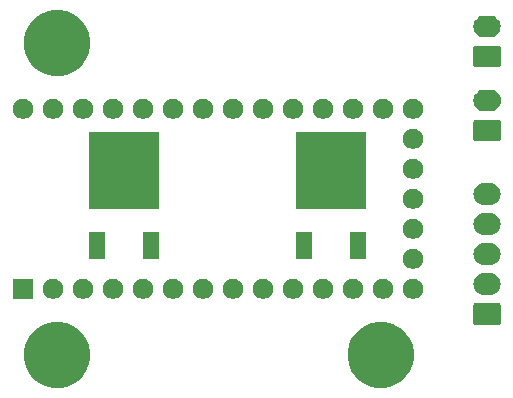
<source format=gbs>
G04 #@! TF.GenerationSoftware,KiCad,Pcbnew,5.1.2*
G04 #@! TF.CreationDate,2019-05-29T15:55:21-05:00*
G04 #@! TF.ProjectId,VaneController,56616e65-436f-46e7-9472-6f6c6c65722e,rev?*
G04 #@! TF.SameCoordinates,Original*
G04 #@! TF.FileFunction,Soldermask,Bot*
G04 #@! TF.FilePolarity,Negative*
%FSLAX46Y46*%
G04 Gerber Fmt 4.6, Leading zero omitted, Abs format (unit mm)*
G04 Created by KiCad (PCBNEW 5.1.2) date 2019-05-29 15:55:21*
%MOMM*%
%LPD*%
G04 APERTURE LIST*
%ADD10C,0.100000*%
G04 APERTURE END LIST*
D10*
G36*
X181817021Y-68506640D02*
G01*
X182180103Y-68657034D01*
X182326771Y-68717786D01*
X182785534Y-69024321D01*
X183175679Y-69414466D01*
X183482214Y-69873229D01*
X183482215Y-69873231D01*
X183693360Y-70382979D01*
X183801000Y-70924124D01*
X183801000Y-71475876D01*
X183693360Y-72017021D01*
X183482215Y-72526769D01*
X183482214Y-72526771D01*
X183175679Y-72985534D01*
X182785534Y-73375679D01*
X182326771Y-73682214D01*
X182326770Y-73682215D01*
X182326769Y-73682215D01*
X181817021Y-73893360D01*
X181275876Y-74001000D01*
X180724124Y-74001000D01*
X180182979Y-73893360D01*
X179673231Y-73682215D01*
X179673230Y-73682215D01*
X179673229Y-73682214D01*
X179214466Y-73375679D01*
X178824321Y-72985534D01*
X178517786Y-72526771D01*
X178517785Y-72526769D01*
X178306640Y-72017021D01*
X178199000Y-71475876D01*
X178199000Y-70924124D01*
X178306640Y-70382979D01*
X178517785Y-69873231D01*
X178517786Y-69873229D01*
X178824321Y-69414466D01*
X179214466Y-69024321D01*
X179673229Y-68717786D01*
X179819897Y-68657034D01*
X180182979Y-68506640D01*
X180724124Y-68399000D01*
X181275876Y-68399000D01*
X181817021Y-68506640D01*
X181817021Y-68506640D01*
G37*
G36*
X154417021Y-68506640D02*
G01*
X154780103Y-68657034D01*
X154926771Y-68717786D01*
X155385534Y-69024321D01*
X155775679Y-69414466D01*
X156082214Y-69873229D01*
X156082215Y-69873231D01*
X156293360Y-70382979D01*
X156401000Y-70924124D01*
X156401000Y-71475876D01*
X156293360Y-72017021D01*
X156082215Y-72526769D01*
X156082214Y-72526771D01*
X155775679Y-72985534D01*
X155385534Y-73375679D01*
X154926771Y-73682214D01*
X154926770Y-73682215D01*
X154926769Y-73682215D01*
X154417021Y-73893360D01*
X153875876Y-74001000D01*
X153324124Y-74001000D01*
X152782979Y-73893360D01*
X152273231Y-73682215D01*
X152273230Y-73682215D01*
X152273229Y-73682214D01*
X151814466Y-73375679D01*
X151424321Y-72985534D01*
X151117786Y-72526771D01*
X151117785Y-72526769D01*
X150906640Y-72017021D01*
X150799000Y-71475876D01*
X150799000Y-70924124D01*
X150906640Y-70382979D01*
X151117785Y-69873231D01*
X151117786Y-69873229D01*
X151424321Y-69414466D01*
X151814466Y-69024321D01*
X152273229Y-68717786D01*
X152419897Y-68657034D01*
X152782979Y-68506640D01*
X153324124Y-68399000D01*
X153875876Y-68399000D01*
X154417021Y-68506640D01*
X154417021Y-68506640D01*
G37*
G36*
X191001561Y-66822966D02*
G01*
X191034383Y-66832923D01*
X191064632Y-66849092D01*
X191091148Y-66870852D01*
X191112908Y-66897368D01*
X191129077Y-66927617D01*
X191139034Y-66960439D01*
X191143000Y-67000713D01*
X191143000Y-68479287D01*
X191139034Y-68519561D01*
X191129077Y-68552383D01*
X191112908Y-68582632D01*
X191091148Y-68609148D01*
X191064632Y-68630908D01*
X191034383Y-68647077D01*
X191001561Y-68657034D01*
X190961287Y-68661000D01*
X189022713Y-68661000D01*
X188982439Y-68657034D01*
X188949617Y-68647077D01*
X188919368Y-68630908D01*
X188892852Y-68609148D01*
X188871092Y-68582632D01*
X188854923Y-68552383D01*
X188844966Y-68519561D01*
X188841000Y-68479287D01*
X188841000Y-67000713D01*
X188844966Y-66960439D01*
X188854923Y-66927617D01*
X188871092Y-66897368D01*
X188892852Y-66870852D01*
X188919368Y-66849092D01*
X188949617Y-66832923D01*
X188982439Y-66822966D01*
X189022713Y-66819000D01*
X190961287Y-66819000D01*
X191001561Y-66822966D01*
X191001561Y-66822966D01*
G37*
G36*
X153485229Y-64788704D02*
G01*
X153640101Y-64852854D01*
X153779482Y-64945986D01*
X153898016Y-65064520D01*
X153991148Y-65203901D01*
X154055298Y-65358773D01*
X154088001Y-65523185D01*
X154088001Y-65690817D01*
X154055298Y-65855229D01*
X153991148Y-66010101D01*
X153898016Y-66149482D01*
X153779482Y-66268016D01*
X153640101Y-66361148D01*
X153485229Y-66425298D01*
X153320817Y-66458001D01*
X153153185Y-66458001D01*
X152988773Y-66425298D01*
X152833901Y-66361148D01*
X152694520Y-66268016D01*
X152575986Y-66149482D01*
X152482854Y-66010101D01*
X152418704Y-65855229D01*
X152386001Y-65690817D01*
X152386001Y-65523185D01*
X152418704Y-65358773D01*
X152482854Y-65203901D01*
X152575986Y-65064520D01*
X152694520Y-64945986D01*
X152833901Y-64852854D01*
X152988773Y-64788704D01*
X153153185Y-64756001D01*
X153320817Y-64756001D01*
X153485229Y-64788704D01*
X153485229Y-64788704D01*
G37*
G36*
X151548001Y-66458001D02*
G01*
X149846001Y-66458001D01*
X149846001Y-64756001D01*
X151548001Y-64756001D01*
X151548001Y-66458001D01*
X151548001Y-66458001D01*
G37*
G36*
X183965229Y-64788704D02*
G01*
X184120101Y-64852854D01*
X184259482Y-64945986D01*
X184378016Y-65064520D01*
X184471148Y-65203901D01*
X184535298Y-65358773D01*
X184568001Y-65523185D01*
X184568001Y-65690817D01*
X184535298Y-65855229D01*
X184471148Y-66010101D01*
X184378016Y-66149482D01*
X184259482Y-66268016D01*
X184120101Y-66361148D01*
X183965229Y-66425298D01*
X183800817Y-66458001D01*
X183633185Y-66458001D01*
X183468773Y-66425298D01*
X183313901Y-66361148D01*
X183174520Y-66268016D01*
X183055986Y-66149482D01*
X182962854Y-66010101D01*
X182898704Y-65855229D01*
X182866001Y-65690817D01*
X182866001Y-65523185D01*
X182898704Y-65358773D01*
X182962854Y-65203901D01*
X183055986Y-65064520D01*
X183174520Y-64945986D01*
X183313901Y-64852854D01*
X183468773Y-64788704D01*
X183633185Y-64756001D01*
X183800817Y-64756001D01*
X183965229Y-64788704D01*
X183965229Y-64788704D01*
G37*
G36*
X181425229Y-64788704D02*
G01*
X181580101Y-64852854D01*
X181719482Y-64945986D01*
X181838016Y-65064520D01*
X181931148Y-65203901D01*
X181995298Y-65358773D01*
X182028001Y-65523185D01*
X182028001Y-65690817D01*
X181995298Y-65855229D01*
X181931148Y-66010101D01*
X181838016Y-66149482D01*
X181719482Y-66268016D01*
X181580101Y-66361148D01*
X181425229Y-66425298D01*
X181260817Y-66458001D01*
X181093185Y-66458001D01*
X180928773Y-66425298D01*
X180773901Y-66361148D01*
X180634520Y-66268016D01*
X180515986Y-66149482D01*
X180422854Y-66010101D01*
X180358704Y-65855229D01*
X180326001Y-65690817D01*
X180326001Y-65523185D01*
X180358704Y-65358773D01*
X180422854Y-65203901D01*
X180515986Y-65064520D01*
X180634520Y-64945986D01*
X180773901Y-64852854D01*
X180928773Y-64788704D01*
X181093185Y-64756001D01*
X181260817Y-64756001D01*
X181425229Y-64788704D01*
X181425229Y-64788704D01*
G37*
G36*
X178885229Y-64788704D02*
G01*
X179040101Y-64852854D01*
X179179482Y-64945986D01*
X179298016Y-65064520D01*
X179391148Y-65203901D01*
X179455298Y-65358773D01*
X179488001Y-65523185D01*
X179488001Y-65690817D01*
X179455298Y-65855229D01*
X179391148Y-66010101D01*
X179298016Y-66149482D01*
X179179482Y-66268016D01*
X179040101Y-66361148D01*
X178885229Y-66425298D01*
X178720817Y-66458001D01*
X178553185Y-66458001D01*
X178388773Y-66425298D01*
X178233901Y-66361148D01*
X178094520Y-66268016D01*
X177975986Y-66149482D01*
X177882854Y-66010101D01*
X177818704Y-65855229D01*
X177786001Y-65690817D01*
X177786001Y-65523185D01*
X177818704Y-65358773D01*
X177882854Y-65203901D01*
X177975986Y-65064520D01*
X178094520Y-64945986D01*
X178233901Y-64852854D01*
X178388773Y-64788704D01*
X178553185Y-64756001D01*
X178720817Y-64756001D01*
X178885229Y-64788704D01*
X178885229Y-64788704D01*
G37*
G36*
X176345229Y-64788704D02*
G01*
X176500101Y-64852854D01*
X176639482Y-64945986D01*
X176758016Y-65064520D01*
X176851148Y-65203901D01*
X176915298Y-65358773D01*
X176948001Y-65523185D01*
X176948001Y-65690817D01*
X176915298Y-65855229D01*
X176851148Y-66010101D01*
X176758016Y-66149482D01*
X176639482Y-66268016D01*
X176500101Y-66361148D01*
X176345229Y-66425298D01*
X176180817Y-66458001D01*
X176013185Y-66458001D01*
X175848773Y-66425298D01*
X175693901Y-66361148D01*
X175554520Y-66268016D01*
X175435986Y-66149482D01*
X175342854Y-66010101D01*
X175278704Y-65855229D01*
X175246001Y-65690817D01*
X175246001Y-65523185D01*
X175278704Y-65358773D01*
X175342854Y-65203901D01*
X175435986Y-65064520D01*
X175554520Y-64945986D01*
X175693901Y-64852854D01*
X175848773Y-64788704D01*
X176013185Y-64756001D01*
X176180817Y-64756001D01*
X176345229Y-64788704D01*
X176345229Y-64788704D01*
G37*
G36*
X173805229Y-64788704D02*
G01*
X173960101Y-64852854D01*
X174099482Y-64945986D01*
X174218016Y-65064520D01*
X174311148Y-65203901D01*
X174375298Y-65358773D01*
X174408001Y-65523185D01*
X174408001Y-65690817D01*
X174375298Y-65855229D01*
X174311148Y-66010101D01*
X174218016Y-66149482D01*
X174099482Y-66268016D01*
X173960101Y-66361148D01*
X173805229Y-66425298D01*
X173640817Y-66458001D01*
X173473185Y-66458001D01*
X173308773Y-66425298D01*
X173153901Y-66361148D01*
X173014520Y-66268016D01*
X172895986Y-66149482D01*
X172802854Y-66010101D01*
X172738704Y-65855229D01*
X172706001Y-65690817D01*
X172706001Y-65523185D01*
X172738704Y-65358773D01*
X172802854Y-65203901D01*
X172895986Y-65064520D01*
X173014520Y-64945986D01*
X173153901Y-64852854D01*
X173308773Y-64788704D01*
X173473185Y-64756001D01*
X173640817Y-64756001D01*
X173805229Y-64788704D01*
X173805229Y-64788704D01*
G37*
G36*
X171265229Y-64788704D02*
G01*
X171420101Y-64852854D01*
X171559482Y-64945986D01*
X171678016Y-65064520D01*
X171771148Y-65203901D01*
X171835298Y-65358773D01*
X171868001Y-65523185D01*
X171868001Y-65690817D01*
X171835298Y-65855229D01*
X171771148Y-66010101D01*
X171678016Y-66149482D01*
X171559482Y-66268016D01*
X171420101Y-66361148D01*
X171265229Y-66425298D01*
X171100817Y-66458001D01*
X170933185Y-66458001D01*
X170768773Y-66425298D01*
X170613901Y-66361148D01*
X170474520Y-66268016D01*
X170355986Y-66149482D01*
X170262854Y-66010101D01*
X170198704Y-65855229D01*
X170166001Y-65690817D01*
X170166001Y-65523185D01*
X170198704Y-65358773D01*
X170262854Y-65203901D01*
X170355986Y-65064520D01*
X170474520Y-64945986D01*
X170613901Y-64852854D01*
X170768773Y-64788704D01*
X170933185Y-64756001D01*
X171100817Y-64756001D01*
X171265229Y-64788704D01*
X171265229Y-64788704D01*
G37*
G36*
X168725229Y-64788704D02*
G01*
X168880101Y-64852854D01*
X169019482Y-64945986D01*
X169138016Y-65064520D01*
X169231148Y-65203901D01*
X169295298Y-65358773D01*
X169328001Y-65523185D01*
X169328001Y-65690817D01*
X169295298Y-65855229D01*
X169231148Y-66010101D01*
X169138016Y-66149482D01*
X169019482Y-66268016D01*
X168880101Y-66361148D01*
X168725229Y-66425298D01*
X168560817Y-66458001D01*
X168393185Y-66458001D01*
X168228773Y-66425298D01*
X168073901Y-66361148D01*
X167934520Y-66268016D01*
X167815986Y-66149482D01*
X167722854Y-66010101D01*
X167658704Y-65855229D01*
X167626001Y-65690817D01*
X167626001Y-65523185D01*
X167658704Y-65358773D01*
X167722854Y-65203901D01*
X167815986Y-65064520D01*
X167934520Y-64945986D01*
X168073901Y-64852854D01*
X168228773Y-64788704D01*
X168393185Y-64756001D01*
X168560817Y-64756001D01*
X168725229Y-64788704D01*
X168725229Y-64788704D01*
G37*
G36*
X166185229Y-64788704D02*
G01*
X166340101Y-64852854D01*
X166479482Y-64945986D01*
X166598016Y-65064520D01*
X166691148Y-65203901D01*
X166755298Y-65358773D01*
X166788001Y-65523185D01*
X166788001Y-65690817D01*
X166755298Y-65855229D01*
X166691148Y-66010101D01*
X166598016Y-66149482D01*
X166479482Y-66268016D01*
X166340101Y-66361148D01*
X166185229Y-66425298D01*
X166020817Y-66458001D01*
X165853185Y-66458001D01*
X165688773Y-66425298D01*
X165533901Y-66361148D01*
X165394520Y-66268016D01*
X165275986Y-66149482D01*
X165182854Y-66010101D01*
X165118704Y-65855229D01*
X165086001Y-65690817D01*
X165086001Y-65523185D01*
X165118704Y-65358773D01*
X165182854Y-65203901D01*
X165275986Y-65064520D01*
X165394520Y-64945986D01*
X165533901Y-64852854D01*
X165688773Y-64788704D01*
X165853185Y-64756001D01*
X166020817Y-64756001D01*
X166185229Y-64788704D01*
X166185229Y-64788704D01*
G37*
G36*
X163645229Y-64788704D02*
G01*
X163800101Y-64852854D01*
X163939482Y-64945986D01*
X164058016Y-65064520D01*
X164151148Y-65203901D01*
X164215298Y-65358773D01*
X164248001Y-65523185D01*
X164248001Y-65690817D01*
X164215298Y-65855229D01*
X164151148Y-66010101D01*
X164058016Y-66149482D01*
X163939482Y-66268016D01*
X163800101Y-66361148D01*
X163645229Y-66425298D01*
X163480817Y-66458001D01*
X163313185Y-66458001D01*
X163148773Y-66425298D01*
X162993901Y-66361148D01*
X162854520Y-66268016D01*
X162735986Y-66149482D01*
X162642854Y-66010101D01*
X162578704Y-65855229D01*
X162546001Y-65690817D01*
X162546001Y-65523185D01*
X162578704Y-65358773D01*
X162642854Y-65203901D01*
X162735986Y-65064520D01*
X162854520Y-64945986D01*
X162993901Y-64852854D01*
X163148773Y-64788704D01*
X163313185Y-64756001D01*
X163480817Y-64756001D01*
X163645229Y-64788704D01*
X163645229Y-64788704D01*
G37*
G36*
X161105229Y-64788704D02*
G01*
X161260101Y-64852854D01*
X161399482Y-64945986D01*
X161518016Y-65064520D01*
X161611148Y-65203901D01*
X161675298Y-65358773D01*
X161708001Y-65523185D01*
X161708001Y-65690817D01*
X161675298Y-65855229D01*
X161611148Y-66010101D01*
X161518016Y-66149482D01*
X161399482Y-66268016D01*
X161260101Y-66361148D01*
X161105229Y-66425298D01*
X160940817Y-66458001D01*
X160773185Y-66458001D01*
X160608773Y-66425298D01*
X160453901Y-66361148D01*
X160314520Y-66268016D01*
X160195986Y-66149482D01*
X160102854Y-66010101D01*
X160038704Y-65855229D01*
X160006001Y-65690817D01*
X160006001Y-65523185D01*
X160038704Y-65358773D01*
X160102854Y-65203901D01*
X160195986Y-65064520D01*
X160314520Y-64945986D01*
X160453901Y-64852854D01*
X160608773Y-64788704D01*
X160773185Y-64756001D01*
X160940817Y-64756001D01*
X161105229Y-64788704D01*
X161105229Y-64788704D01*
G37*
G36*
X158565229Y-64788704D02*
G01*
X158720101Y-64852854D01*
X158859482Y-64945986D01*
X158978016Y-65064520D01*
X159071148Y-65203901D01*
X159135298Y-65358773D01*
X159168001Y-65523185D01*
X159168001Y-65690817D01*
X159135298Y-65855229D01*
X159071148Y-66010101D01*
X158978016Y-66149482D01*
X158859482Y-66268016D01*
X158720101Y-66361148D01*
X158565229Y-66425298D01*
X158400817Y-66458001D01*
X158233185Y-66458001D01*
X158068773Y-66425298D01*
X157913901Y-66361148D01*
X157774520Y-66268016D01*
X157655986Y-66149482D01*
X157562854Y-66010101D01*
X157498704Y-65855229D01*
X157466001Y-65690817D01*
X157466001Y-65523185D01*
X157498704Y-65358773D01*
X157562854Y-65203901D01*
X157655986Y-65064520D01*
X157774520Y-64945986D01*
X157913901Y-64852854D01*
X158068773Y-64788704D01*
X158233185Y-64756001D01*
X158400817Y-64756001D01*
X158565229Y-64788704D01*
X158565229Y-64788704D01*
G37*
G36*
X156025229Y-64788704D02*
G01*
X156180101Y-64852854D01*
X156319482Y-64945986D01*
X156438016Y-65064520D01*
X156531148Y-65203901D01*
X156595298Y-65358773D01*
X156628001Y-65523185D01*
X156628001Y-65690817D01*
X156595298Y-65855229D01*
X156531148Y-66010101D01*
X156438016Y-66149482D01*
X156319482Y-66268016D01*
X156180101Y-66361148D01*
X156025229Y-66425298D01*
X155860817Y-66458001D01*
X155693185Y-66458001D01*
X155528773Y-66425298D01*
X155373901Y-66361148D01*
X155234520Y-66268016D01*
X155115986Y-66149482D01*
X155022854Y-66010101D01*
X154958704Y-65855229D01*
X154926001Y-65690817D01*
X154926001Y-65523185D01*
X154958704Y-65358773D01*
X155022854Y-65203901D01*
X155115986Y-65064520D01*
X155234520Y-64945986D01*
X155373901Y-64852854D01*
X155528773Y-64788704D01*
X155693185Y-64756001D01*
X155860817Y-64756001D01*
X156025229Y-64788704D01*
X156025229Y-64788704D01*
G37*
G36*
X190312345Y-64283442D02*
G01*
X190402548Y-64292326D01*
X190576157Y-64344990D01*
X190736156Y-64430511D01*
X190779729Y-64466271D01*
X190876397Y-64545603D01*
X190955729Y-64642271D01*
X190991489Y-64685844D01*
X191077010Y-64845843D01*
X191129674Y-65019452D01*
X191147456Y-65200000D01*
X191129674Y-65380548D01*
X191077010Y-65554157D01*
X190991489Y-65714156D01*
X190955729Y-65757729D01*
X190876397Y-65854397D01*
X190779729Y-65933729D01*
X190736156Y-65969489D01*
X190576157Y-66055010D01*
X190402548Y-66107674D01*
X190312345Y-66116558D01*
X190267245Y-66121000D01*
X189716755Y-66121000D01*
X189671655Y-66116558D01*
X189581452Y-66107674D01*
X189407843Y-66055010D01*
X189247844Y-65969489D01*
X189204271Y-65933729D01*
X189107603Y-65854397D01*
X189028271Y-65757729D01*
X188992511Y-65714156D01*
X188906990Y-65554157D01*
X188854326Y-65380548D01*
X188836544Y-65200000D01*
X188854326Y-65019452D01*
X188906990Y-64845843D01*
X188992511Y-64685844D01*
X189028271Y-64642271D01*
X189107603Y-64545603D01*
X189204271Y-64466271D01*
X189247844Y-64430511D01*
X189407843Y-64344990D01*
X189581452Y-64292326D01*
X189671655Y-64283442D01*
X189716755Y-64279000D01*
X190267245Y-64279000D01*
X190312345Y-64283442D01*
X190312345Y-64283442D01*
G37*
G36*
X183965229Y-62248704D02*
G01*
X184120101Y-62312854D01*
X184259482Y-62405986D01*
X184378016Y-62524520D01*
X184471148Y-62663901D01*
X184535298Y-62818773D01*
X184568001Y-62983185D01*
X184568001Y-63150817D01*
X184535298Y-63315229D01*
X184471148Y-63470101D01*
X184378016Y-63609482D01*
X184259482Y-63728016D01*
X184120101Y-63821148D01*
X183965229Y-63885298D01*
X183800817Y-63918001D01*
X183633185Y-63918001D01*
X183468773Y-63885298D01*
X183313901Y-63821148D01*
X183174520Y-63728016D01*
X183055986Y-63609482D01*
X182962854Y-63470101D01*
X182898704Y-63315229D01*
X182866001Y-63150817D01*
X182866001Y-62983185D01*
X182898704Y-62818773D01*
X182962854Y-62663901D01*
X183055986Y-62524520D01*
X183174520Y-62405986D01*
X183313901Y-62312854D01*
X183468773Y-62248704D01*
X183633185Y-62216001D01*
X183800817Y-62216001D01*
X183965229Y-62248704D01*
X183965229Y-62248704D01*
G37*
G36*
X190312345Y-61743442D02*
G01*
X190402548Y-61752326D01*
X190576157Y-61804990D01*
X190736156Y-61890511D01*
X190779729Y-61926271D01*
X190876397Y-62005603D01*
X190955729Y-62102271D01*
X190991489Y-62145844D01*
X191077010Y-62305843D01*
X191129674Y-62479452D01*
X191147456Y-62660000D01*
X191129674Y-62840548D01*
X191077010Y-63014157D01*
X190991489Y-63174156D01*
X190955729Y-63217729D01*
X190876397Y-63314397D01*
X190779729Y-63393729D01*
X190736156Y-63429489D01*
X190576157Y-63515010D01*
X190402548Y-63567674D01*
X190312345Y-63576558D01*
X190267245Y-63581000D01*
X189716755Y-63581000D01*
X189671655Y-63576558D01*
X189581452Y-63567674D01*
X189407843Y-63515010D01*
X189247844Y-63429489D01*
X189204271Y-63393729D01*
X189107603Y-63314397D01*
X189028271Y-63217729D01*
X188992511Y-63174156D01*
X188906990Y-63014157D01*
X188854326Y-62840548D01*
X188836544Y-62660000D01*
X188854326Y-62479452D01*
X188906990Y-62305843D01*
X188992511Y-62145844D01*
X189028271Y-62102271D01*
X189107603Y-62005603D01*
X189204271Y-61926271D01*
X189247844Y-61890511D01*
X189407843Y-61804990D01*
X189581452Y-61752326D01*
X189671655Y-61743442D01*
X189716755Y-61739000D01*
X190267245Y-61739000D01*
X190312345Y-61743442D01*
X190312345Y-61743442D01*
G37*
G36*
X179715000Y-63077000D02*
G01*
X178413000Y-63077000D01*
X178413000Y-60775000D01*
X179715000Y-60775000D01*
X179715000Y-63077000D01*
X179715000Y-63077000D01*
G37*
G36*
X175155000Y-63077000D02*
G01*
X173853000Y-63077000D01*
X173853000Y-60775000D01*
X175155000Y-60775000D01*
X175155000Y-63077000D01*
X175155000Y-63077000D01*
G37*
G36*
X162189000Y-63077000D02*
G01*
X160887000Y-63077000D01*
X160887000Y-60775000D01*
X162189000Y-60775000D01*
X162189000Y-63077000D01*
X162189000Y-63077000D01*
G37*
G36*
X157629000Y-63077000D02*
G01*
X156327000Y-63077000D01*
X156327000Y-60775000D01*
X157629000Y-60775000D01*
X157629000Y-63077000D01*
X157629000Y-63077000D01*
G37*
G36*
X183965229Y-59708704D02*
G01*
X184120101Y-59772854D01*
X184259482Y-59865986D01*
X184378016Y-59984520D01*
X184471148Y-60123901D01*
X184535298Y-60278773D01*
X184568001Y-60443185D01*
X184568001Y-60610817D01*
X184535298Y-60775229D01*
X184471148Y-60930101D01*
X184378016Y-61069482D01*
X184259482Y-61188016D01*
X184120101Y-61281148D01*
X183965229Y-61345298D01*
X183800817Y-61378001D01*
X183633185Y-61378001D01*
X183468773Y-61345298D01*
X183313901Y-61281148D01*
X183174520Y-61188016D01*
X183055986Y-61069482D01*
X182962854Y-60930101D01*
X182898704Y-60775229D01*
X182866001Y-60610817D01*
X182866001Y-60443185D01*
X182898704Y-60278773D01*
X182962854Y-60123901D01*
X183055986Y-59984520D01*
X183174520Y-59865986D01*
X183313901Y-59772854D01*
X183468773Y-59708704D01*
X183633185Y-59676001D01*
X183800817Y-59676001D01*
X183965229Y-59708704D01*
X183965229Y-59708704D01*
G37*
G36*
X190312345Y-59203442D02*
G01*
X190402548Y-59212326D01*
X190576157Y-59264990D01*
X190736156Y-59350511D01*
X190779729Y-59386271D01*
X190876397Y-59465603D01*
X190955729Y-59562271D01*
X190991489Y-59605844D01*
X191077010Y-59765843D01*
X191129674Y-59939452D01*
X191147456Y-60120000D01*
X191129674Y-60300548D01*
X191077010Y-60474157D01*
X190991489Y-60634156D01*
X190955729Y-60677729D01*
X190876397Y-60774397D01*
X190779729Y-60853729D01*
X190736156Y-60889489D01*
X190576157Y-60975010D01*
X190402548Y-61027674D01*
X190312345Y-61036558D01*
X190267245Y-61041000D01*
X189716755Y-61041000D01*
X189671655Y-61036558D01*
X189581452Y-61027674D01*
X189407843Y-60975010D01*
X189247844Y-60889489D01*
X189204271Y-60853729D01*
X189107603Y-60774397D01*
X189028271Y-60677729D01*
X188992511Y-60634156D01*
X188906990Y-60474157D01*
X188854326Y-60300548D01*
X188836544Y-60120000D01*
X188854326Y-59939452D01*
X188906990Y-59765843D01*
X188992511Y-59605844D01*
X189028271Y-59562271D01*
X189107603Y-59465603D01*
X189204271Y-59386271D01*
X189247844Y-59350511D01*
X189407843Y-59264990D01*
X189581452Y-59212326D01*
X189671655Y-59203442D01*
X189716755Y-59199000D01*
X190267245Y-59199000D01*
X190312345Y-59203442D01*
X190312345Y-59203442D01*
G37*
G36*
X162209000Y-58877000D02*
G01*
X156307000Y-58877000D01*
X156307000Y-52375000D01*
X162209000Y-52375000D01*
X162209000Y-58877000D01*
X162209000Y-58877000D01*
G37*
G36*
X179735000Y-58877000D02*
G01*
X173833000Y-58877000D01*
X173833000Y-52375000D01*
X179735000Y-52375000D01*
X179735000Y-58877000D01*
X179735000Y-58877000D01*
G37*
G36*
X183965229Y-57168704D02*
G01*
X184120101Y-57232854D01*
X184259482Y-57325986D01*
X184378016Y-57444520D01*
X184471148Y-57583901D01*
X184535298Y-57738773D01*
X184568001Y-57903185D01*
X184568001Y-58070817D01*
X184535298Y-58235229D01*
X184471148Y-58390101D01*
X184378016Y-58529482D01*
X184259482Y-58648016D01*
X184120101Y-58741148D01*
X183965229Y-58805298D01*
X183800817Y-58838001D01*
X183633185Y-58838001D01*
X183468773Y-58805298D01*
X183313901Y-58741148D01*
X183174520Y-58648016D01*
X183055986Y-58529482D01*
X182962854Y-58390101D01*
X182898704Y-58235229D01*
X182866001Y-58070817D01*
X182866001Y-57903185D01*
X182898704Y-57738773D01*
X182962854Y-57583901D01*
X183055986Y-57444520D01*
X183174520Y-57325986D01*
X183313901Y-57232854D01*
X183468773Y-57168704D01*
X183633185Y-57136001D01*
X183800817Y-57136001D01*
X183965229Y-57168704D01*
X183965229Y-57168704D01*
G37*
G36*
X190312345Y-56663442D02*
G01*
X190402548Y-56672326D01*
X190576157Y-56724990D01*
X190736156Y-56810511D01*
X190779729Y-56846271D01*
X190876397Y-56925603D01*
X190955729Y-57022271D01*
X190991489Y-57065844D01*
X191077010Y-57225843D01*
X191129674Y-57399452D01*
X191147456Y-57580000D01*
X191129674Y-57760548D01*
X191077010Y-57934157D01*
X190991489Y-58094156D01*
X190955729Y-58137729D01*
X190876397Y-58234397D01*
X190779729Y-58313729D01*
X190736156Y-58349489D01*
X190576157Y-58435010D01*
X190402548Y-58487674D01*
X190312345Y-58496558D01*
X190267245Y-58501000D01*
X189716755Y-58501000D01*
X189671655Y-58496558D01*
X189581452Y-58487674D01*
X189407843Y-58435010D01*
X189247844Y-58349489D01*
X189204271Y-58313729D01*
X189107603Y-58234397D01*
X189028271Y-58137729D01*
X188992511Y-58094156D01*
X188906990Y-57934157D01*
X188854326Y-57760548D01*
X188836544Y-57580000D01*
X188854326Y-57399452D01*
X188906990Y-57225843D01*
X188992511Y-57065844D01*
X189028271Y-57022271D01*
X189107603Y-56925603D01*
X189204271Y-56846271D01*
X189247844Y-56810511D01*
X189407843Y-56724990D01*
X189581452Y-56672326D01*
X189671655Y-56663442D01*
X189716755Y-56659000D01*
X190267245Y-56659000D01*
X190312345Y-56663442D01*
X190312345Y-56663442D01*
G37*
G36*
X183965229Y-54628704D02*
G01*
X184120101Y-54692854D01*
X184259482Y-54785986D01*
X184378016Y-54904520D01*
X184471148Y-55043901D01*
X184535298Y-55198773D01*
X184568001Y-55363185D01*
X184568001Y-55530817D01*
X184535298Y-55695229D01*
X184471148Y-55850101D01*
X184378016Y-55989482D01*
X184259482Y-56108016D01*
X184120101Y-56201148D01*
X183965229Y-56265298D01*
X183800817Y-56298001D01*
X183633185Y-56298001D01*
X183468773Y-56265298D01*
X183313901Y-56201148D01*
X183174520Y-56108016D01*
X183055986Y-55989482D01*
X182962854Y-55850101D01*
X182898704Y-55695229D01*
X182866001Y-55530817D01*
X182866001Y-55363185D01*
X182898704Y-55198773D01*
X182962854Y-55043901D01*
X183055986Y-54904520D01*
X183174520Y-54785986D01*
X183313901Y-54692854D01*
X183468773Y-54628704D01*
X183633185Y-54596001D01*
X183800817Y-54596001D01*
X183965229Y-54628704D01*
X183965229Y-54628704D01*
G37*
G36*
X183965229Y-52088704D02*
G01*
X184120101Y-52152854D01*
X184259482Y-52245986D01*
X184378016Y-52364520D01*
X184471148Y-52503901D01*
X184535298Y-52658773D01*
X184568001Y-52823185D01*
X184568001Y-52990817D01*
X184535298Y-53155229D01*
X184471148Y-53310101D01*
X184378016Y-53449482D01*
X184259482Y-53568016D01*
X184120101Y-53661148D01*
X183965229Y-53725298D01*
X183800817Y-53758001D01*
X183633185Y-53758001D01*
X183468773Y-53725298D01*
X183313901Y-53661148D01*
X183174520Y-53568016D01*
X183055986Y-53449482D01*
X182962854Y-53310101D01*
X182898704Y-53155229D01*
X182866001Y-52990817D01*
X182866001Y-52823185D01*
X182898704Y-52658773D01*
X182962854Y-52503901D01*
X183055986Y-52364520D01*
X183174520Y-52245986D01*
X183313901Y-52152854D01*
X183468773Y-52088704D01*
X183633185Y-52056001D01*
X183800817Y-52056001D01*
X183965229Y-52088704D01*
X183965229Y-52088704D01*
G37*
G36*
X191009561Y-51282966D02*
G01*
X191042383Y-51292923D01*
X191072632Y-51309092D01*
X191099148Y-51330852D01*
X191120908Y-51357368D01*
X191137077Y-51387617D01*
X191147034Y-51420439D01*
X191151000Y-51460713D01*
X191151000Y-52939287D01*
X191147034Y-52979561D01*
X191137077Y-53012383D01*
X191120908Y-53042632D01*
X191099148Y-53069148D01*
X191072632Y-53090908D01*
X191042383Y-53107077D01*
X191009561Y-53117034D01*
X190969287Y-53121000D01*
X189030713Y-53121000D01*
X188990439Y-53117034D01*
X188957617Y-53107077D01*
X188927368Y-53090908D01*
X188900852Y-53069148D01*
X188879092Y-53042632D01*
X188862923Y-53012383D01*
X188852966Y-52979561D01*
X188849000Y-52939287D01*
X188849000Y-51460713D01*
X188852966Y-51420439D01*
X188862923Y-51387617D01*
X188879092Y-51357368D01*
X188900852Y-51330852D01*
X188927368Y-51309092D01*
X188957617Y-51292923D01*
X188990439Y-51282966D01*
X189030713Y-51279000D01*
X190969287Y-51279000D01*
X191009561Y-51282966D01*
X191009561Y-51282966D01*
G37*
G36*
X183965229Y-49548704D02*
G01*
X184120101Y-49612854D01*
X184259482Y-49705986D01*
X184378016Y-49824520D01*
X184471148Y-49963901D01*
X184535298Y-50118773D01*
X184568001Y-50283185D01*
X184568001Y-50450817D01*
X184535298Y-50615229D01*
X184471148Y-50770101D01*
X184378016Y-50909482D01*
X184259482Y-51028016D01*
X184120101Y-51121148D01*
X183965229Y-51185298D01*
X183800817Y-51218001D01*
X183633185Y-51218001D01*
X183468773Y-51185298D01*
X183313901Y-51121148D01*
X183174520Y-51028016D01*
X183055986Y-50909482D01*
X182962854Y-50770101D01*
X182898704Y-50615229D01*
X182866001Y-50450817D01*
X182866001Y-50283185D01*
X182898704Y-50118773D01*
X182962854Y-49963901D01*
X183055986Y-49824520D01*
X183174520Y-49705986D01*
X183313901Y-49612854D01*
X183468773Y-49548704D01*
X183633185Y-49516001D01*
X183800817Y-49516001D01*
X183965229Y-49548704D01*
X183965229Y-49548704D01*
G37*
G36*
X158565229Y-49548704D02*
G01*
X158720101Y-49612854D01*
X158859482Y-49705986D01*
X158978016Y-49824520D01*
X159071148Y-49963901D01*
X159135298Y-50118773D01*
X159168001Y-50283185D01*
X159168001Y-50450817D01*
X159135298Y-50615229D01*
X159071148Y-50770101D01*
X158978016Y-50909482D01*
X158859482Y-51028016D01*
X158720101Y-51121148D01*
X158565229Y-51185298D01*
X158400817Y-51218001D01*
X158233185Y-51218001D01*
X158068773Y-51185298D01*
X157913901Y-51121148D01*
X157774520Y-51028016D01*
X157655986Y-50909482D01*
X157562854Y-50770101D01*
X157498704Y-50615229D01*
X157466001Y-50450817D01*
X157466001Y-50283185D01*
X157498704Y-50118773D01*
X157562854Y-49963901D01*
X157655986Y-49824520D01*
X157774520Y-49705986D01*
X157913901Y-49612854D01*
X158068773Y-49548704D01*
X158233185Y-49516001D01*
X158400817Y-49516001D01*
X158565229Y-49548704D01*
X158565229Y-49548704D01*
G37*
G36*
X163645229Y-49548704D02*
G01*
X163800101Y-49612854D01*
X163939482Y-49705986D01*
X164058016Y-49824520D01*
X164151148Y-49963901D01*
X164215298Y-50118773D01*
X164248001Y-50283185D01*
X164248001Y-50450817D01*
X164215298Y-50615229D01*
X164151148Y-50770101D01*
X164058016Y-50909482D01*
X163939482Y-51028016D01*
X163800101Y-51121148D01*
X163645229Y-51185298D01*
X163480817Y-51218001D01*
X163313185Y-51218001D01*
X163148773Y-51185298D01*
X162993901Y-51121148D01*
X162854520Y-51028016D01*
X162735986Y-50909482D01*
X162642854Y-50770101D01*
X162578704Y-50615229D01*
X162546001Y-50450817D01*
X162546001Y-50283185D01*
X162578704Y-50118773D01*
X162642854Y-49963901D01*
X162735986Y-49824520D01*
X162854520Y-49705986D01*
X162993901Y-49612854D01*
X163148773Y-49548704D01*
X163313185Y-49516001D01*
X163480817Y-49516001D01*
X163645229Y-49548704D01*
X163645229Y-49548704D01*
G37*
G36*
X166185229Y-49548704D02*
G01*
X166340101Y-49612854D01*
X166479482Y-49705986D01*
X166598016Y-49824520D01*
X166691148Y-49963901D01*
X166755298Y-50118773D01*
X166788001Y-50283185D01*
X166788001Y-50450817D01*
X166755298Y-50615229D01*
X166691148Y-50770101D01*
X166598016Y-50909482D01*
X166479482Y-51028016D01*
X166340101Y-51121148D01*
X166185229Y-51185298D01*
X166020817Y-51218001D01*
X165853185Y-51218001D01*
X165688773Y-51185298D01*
X165533901Y-51121148D01*
X165394520Y-51028016D01*
X165275986Y-50909482D01*
X165182854Y-50770101D01*
X165118704Y-50615229D01*
X165086001Y-50450817D01*
X165086001Y-50283185D01*
X165118704Y-50118773D01*
X165182854Y-49963901D01*
X165275986Y-49824520D01*
X165394520Y-49705986D01*
X165533901Y-49612854D01*
X165688773Y-49548704D01*
X165853185Y-49516001D01*
X166020817Y-49516001D01*
X166185229Y-49548704D01*
X166185229Y-49548704D01*
G37*
G36*
X168725229Y-49548704D02*
G01*
X168880101Y-49612854D01*
X169019482Y-49705986D01*
X169138016Y-49824520D01*
X169231148Y-49963901D01*
X169295298Y-50118773D01*
X169328001Y-50283185D01*
X169328001Y-50450817D01*
X169295298Y-50615229D01*
X169231148Y-50770101D01*
X169138016Y-50909482D01*
X169019482Y-51028016D01*
X168880101Y-51121148D01*
X168725229Y-51185298D01*
X168560817Y-51218001D01*
X168393185Y-51218001D01*
X168228773Y-51185298D01*
X168073901Y-51121148D01*
X167934520Y-51028016D01*
X167815986Y-50909482D01*
X167722854Y-50770101D01*
X167658704Y-50615229D01*
X167626001Y-50450817D01*
X167626001Y-50283185D01*
X167658704Y-50118773D01*
X167722854Y-49963901D01*
X167815986Y-49824520D01*
X167934520Y-49705986D01*
X168073901Y-49612854D01*
X168228773Y-49548704D01*
X168393185Y-49516001D01*
X168560817Y-49516001D01*
X168725229Y-49548704D01*
X168725229Y-49548704D01*
G37*
G36*
X171265229Y-49548704D02*
G01*
X171420101Y-49612854D01*
X171559482Y-49705986D01*
X171678016Y-49824520D01*
X171771148Y-49963901D01*
X171835298Y-50118773D01*
X171868001Y-50283185D01*
X171868001Y-50450817D01*
X171835298Y-50615229D01*
X171771148Y-50770101D01*
X171678016Y-50909482D01*
X171559482Y-51028016D01*
X171420101Y-51121148D01*
X171265229Y-51185298D01*
X171100817Y-51218001D01*
X170933185Y-51218001D01*
X170768773Y-51185298D01*
X170613901Y-51121148D01*
X170474520Y-51028016D01*
X170355986Y-50909482D01*
X170262854Y-50770101D01*
X170198704Y-50615229D01*
X170166001Y-50450817D01*
X170166001Y-50283185D01*
X170198704Y-50118773D01*
X170262854Y-49963901D01*
X170355986Y-49824520D01*
X170474520Y-49705986D01*
X170613901Y-49612854D01*
X170768773Y-49548704D01*
X170933185Y-49516001D01*
X171100817Y-49516001D01*
X171265229Y-49548704D01*
X171265229Y-49548704D01*
G37*
G36*
X173805229Y-49548704D02*
G01*
X173960101Y-49612854D01*
X174099482Y-49705986D01*
X174218016Y-49824520D01*
X174311148Y-49963901D01*
X174375298Y-50118773D01*
X174408001Y-50283185D01*
X174408001Y-50450817D01*
X174375298Y-50615229D01*
X174311148Y-50770101D01*
X174218016Y-50909482D01*
X174099482Y-51028016D01*
X173960101Y-51121148D01*
X173805229Y-51185298D01*
X173640817Y-51218001D01*
X173473185Y-51218001D01*
X173308773Y-51185298D01*
X173153901Y-51121148D01*
X173014520Y-51028016D01*
X172895986Y-50909482D01*
X172802854Y-50770101D01*
X172738704Y-50615229D01*
X172706001Y-50450817D01*
X172706001Y-50283185D01*
X172738704Y-50118773D01*
X172802854Y-49963901D01*
X172895986Y-49824520D01*
X173014520Y-49705986D01*
X173153901Y-49612854D01*
X173308773Y-49548704D01*
X173473185Y-49516001D01*
X173640817Y-49516001D01*
X173805229Y-49548704D01*
X173805229Y-49548704D01*
G37*
G36*
X176345229Y-49548704D02*
G01*
X176500101Y-49612854D01*
X176639482Y-49705986D01*
X176758016Y-49824520D01*
X176851148Y-49963901D01*
X176915298Y-50118773D01*
X176948001Y-50283185D01*
X176948001Y-50450817D01*
X176915298Y-50615229D01*
X176851148Y-50770101D01*
X176758016Y-50909482D01*
X176639482Y-51028016D01*
X176500101Y-51121148D01*
X176345229Y-51185298D01*
X176180817Y-51218001D01*
X176013185Y-51218001D01*
X175848773Y-51185298D01*
X175693901Y-51121148D01*
X175554520Y-51028016D01*
X175435986Y-50909482D01*
X175342854Y-50770101D01*
X175278704Y-50615229D01*
X175246001Y-50450817D01*
X175246001Y-50283185D01*
X175278704Y-50118773D01*
X175342854Y-49963901D01*
X175435986Y-49824520D01*
X175554520Y-49705986D01*
X175693901Y-49612854D01*
X175848773Y-49548704D01*
X176013185Y-49516001D01*
X176180817Y-49516001D01*
X176345229Y-49548704D01*
X176345229Y-49548704D01*
G37*
G36*
X178885229Y-49548704D02*
G01*
X179040101Y-49612854D01*
X179179482Y-49705986D01*
X179298016Y-49824520D01*
X179391148Y-49963901D01*
X179455298Y-50118773D01*
X179488001Y-50283185D01*
X179488001Y-50450817D01*
X179455298Y-50615229D01*
X179391148Y-50770101D01*
X179298016Y-50909482D01*
X179179482Y-51028016D01*
X179040101Y-51121148D01*
X178885229Y-51185298D01*
X178720817Y-51218001D01*
X178553185Y-51218001D01*
X178388773Y-51185298D01*
X178233901Y-51121148D01*
X178094520Y-51028016D01*
X177975986Y-50909482D01*
X177882854Y-50770101D01*
X177818704Y-50615229D01*
X177786001Y-50450817D01*
X177786001Y-50283185D01*
X177818704Y-50118773D01*
X177882854Y-49963901D01*
X177975986Y-49824520D01*
X178094520Y-49705986D01*
X178233901Y-49612854D01*
X178388773Y-49548704D01*
X178553185Y-49516001D01*
X178720817Y-49516001D01*
X178885229Y-49548704D01*
X178885229Y-49548704D01*
G37*
G36*
X161105229Y-49548704D02*
G01*
X161260101Y-49612854D01*
X161399482Y-49705986D01*
X161518016Y-49824520D01*
X161611148Y-49963901D01*
X161675298Y-50118773D01*
X161708001Y-50283185D01*
X161708001Y-50450817D01*
X161675298Y-50615229D01*
X161611148Y-50770101D01*
X161518016Y-50909482D01*
X161399482Y-51028016D01*
X161260101Y-51121148D01*
X161105229Y-51185298D01*
X160940817Y-51218001D01*
X160773185Y-51218001D01*
X160608773Y-51185298D01*
X160453901Y-51121148D01*
X160314520Y-51028016D01*
X160195986Y-50909482D01*
X160102854Y-50770101D01*
X160038704Y-50615229D01*
X160006001Y-50450817D01*
X160006001Y-50283185D01*
X160038704Y-50118773D01*
X160102854Y-49963901D01*
X160195986Y-49824520D01*
X160314520Y-49705986D01*
X160453901Y-49612854D01*
X160608773Y-49548704D01*
X160773185Y-49516001D01*
X160940817Y-49516001D01*
X161105229Y-49548704D01*
X161105229Y-49548704D01*
G37*
G36*
X156025229Y-49548704D02*
G01*
X156180101Y-49612854D01*
X156319482Y-49705986D01*
X156438016Y-49824520D01*
X156531148Y-49963901D01*
X156595298Y-50118773D01*
X156628001Y-50283185D01*
X156628001Y-50450817D01*
X156595298Y-50615229D01*
X156531148Y-50770101D01*
X156438016Y-50909482D01*
X156319482Y-51028016D01*
X156180101Y-51121148D01*
X156025229Y-51185298D01*
X155860817Y-51218001D01*
X155693185Y-51218001D01*
X155528773Y-51185298D01*
X155373901Y-51121148D01*
X155234520Y-51028016D01*
X155115986Y-50909482D01*
X155022854Y-50770101D01*
X154958704Y-50615229D01*
X154926001Y-50450817D01*
X154926001Y-50283185D01*
X154958704Y-50118773D01*
X155022854Y-49963901D01*
X155115986Y-49824520D01*
X155234520Y-49705986D01*
X155373901Y-49612854D01*
X155528773Y-49548704D01*
X155693185Y-49516001D01*
X155860817Y-49516001D01*
X156025229Y-49548704D01*
X156025229Y-49548704D01*
G37*
G36*
X153485229Y-49548704D02*
G01*
X153640101Y-49612854D01*
X153779482Y-49705986D01*
X153898016Y-49824520D01*
X153991148Y-49963901D01*
X154055298Y-50118773D01*
X154088001Y-50283185D01*
X154088001Y-50450817D01*
X154055298Y-50615229D01*
X153991148Y-50770101D01*
X153898016Y-50909482D01*
X153779482Y-51028016D01*
X153640101Y-51121148D01*
X153485229Y-51185298D01*
X153320817Y-51218001D01*
X153153185Y-51218001D01*
X152988773Y-51185298D01*
X152833901Y-51121148D01*
X152694520Y-51028016D01*
X152575986Y-50909482D01*
X152482854Y-50770101D01*
X152418704Y-50615229D01*
X152386001Y-50450817D01*
X152386001Y-50283185D01*
X152418704Y-50118773D01*
X152482854Y-49963901D01*
X152575986Y-49824520D01*
X152694520Y-49705986D01*
X152833901Y-49612854D01*
X152988773Y-49548704D01*
X153153185Y-49516001D01*
X153320817Y-49516001D01*
X153485229Y-49548704D01*
X153485229Y-49548704D01*
G37*
G36*
X150945229Y-49548704D02*
G01*
X151100101Y-49612854D01*
X151239482Y-49705986D01*
X151358016Y-49824520D01*
X151451148Y-49963901D01*
X151515298Y-50118773D01*
X151548001Y-50283185D01*
X151548001Y-50450817D01*
X151515298Y-50615229D01*
X151451148Y-50770101D01*
X151358016Y-50909482D01*
X151239482Y-51028016D01*
X151100101Y-51121148D01*
X150945229Y-51185298D01*
X150780817Y-51218001D01*
X150613185Y-51218001D01*
X150448773Y-51185298D01*
X150293901Y-51121148D01*
X150154520Y-51028016D01*
X150035986Y-50909482D01*
X149942854Y-50770101D01*
X149878704Y-50615229D01*
X149846001Y-50450817D01*
X149846001Y-50283185D01*
X149878704Y-50118773D01*
X149942854Y-49963901D01*
X150035986Y-49824520D01*
X150154520Y-49705986D01*
X150293901Y-49612854D01*
X150448773Y-49548704D01*
X150613185Y-49516001D01*
X150780817Y-49516001D01*
X150945229Y-49548704D01*
X150945229Y-49548704D01*
G37*
G36*
X181425229Y-49548704D02*
G01*
X181580101Y-49612854D01*
X181719482Y-49705986D01*
X181838016Y-49824520D01*
X181931148Y-49963901D01*
X181995298Y-50118773D01*
X182028001Y-50283185D01*
X182028001Y-50450817D01*
X181995298Y-50615229D01*
X181931148Y-50770101D01*
X181838016Y-50909482D01*
X181719482Y-51028016D01*
X181580101Y-51121148D01*
X181425229Y-51185298D01*
X181260817Y-51218001D01*
X181093185Y-51218001D01*
X180928773Y-51185298D01*
X180773901Y-51121148D01*
X180634520Y-51028016D01*
X180515986Y-50909482D01*
X180422854Y-50770101D01*
X180358704Y-50615229D01*
X180326001Y-50450817D01*
X180326001Y-50283185D01*
X180358704Y-50118773D01*
X180422854Y-49963901D01*
X180515986Y-49824520D01*
X180634520Y-49705986D01*
X180773901Y-49612854D01*
X180928773Y-49548704D01*
X181093185Y-49516001D01*
X181260817Y-49516001D01*
X181425229Y-49548704D01*
X181425229Y-49548704D01*
G37*
G36*
X190320345Y-48743442D02*
G01*
X190410548Y-48752326D01*
X190584157Y-48804990D01*
X190744156Y-48890511D01*
X190787729Y-48926271D01*
X190884397Y-49005603D01*
X190963729Y-49102271D01*
X190999489Y-49145844D01*
X191085010Y-49305843D01*
X191137674Y-49479452D01*
X191155456Y-49660000D01*
X191137674Y-49840548D01*
X191085010Y-50014157D01*
X190999489Y-50174156D01*
X190963729Y-50217729D01*
X190884397Y-50314397D01*
X190787729Y-50393729D01*
X190744156Y-50429489D01*
X190584157Y-50515010D01*
X190410548Y-50567674D01*
X190320345Y-50576558D01*
X190275245Y-50581000D01*
X189724755Y-50581000D01*
X189679655Y-50576558D01*
X189589452Y-50567674D01*
X189415843Y-50515010D01*
X189255844Y-50429489D01*
X189212271Y-50393729D01*
X189115603Y-50314397D01*
X189036271Y-50217729D01*
X189000511Y-50174156D01*
X188914990Y-50014157D01*
X188862326Y-49840548D01*
X188844544Y-49660000D01*
X188862326Y-49479452D01*
X188914990Y-49305843D01*
X189000511Y-49145844D01*
X189036271Y-49102271D01*
X189115603Y-49005603D01*
X189212271Y-48926271D01*
X189255844Y-48890511D01*
X189415843Y-48804990D01*
X189589452Y-48752326D01*
X189679655Y-48743442D01*
X189724755Y-48739000D01*
X190275245Y-48739000D01*
X190320345Y-48743442D01*
X190320345Y-48743442D01*
G37*
G36*
X154417021Y-42106640D02*
G01*
X154926769Y-42317785D01*
X154926771Y-42317786D01*
X155385534Y-42624321D01*
X155775679Y-43014466D01*
X155912647Y-43219454D01*
X156082215Y-43473231D01*
X156293360Y-43982979D01*
X156401000Y-44524124D01*
X156401000Y-45075876D01*
X156293360Y-45617021D01*
X156082215Y-46126769D01*
X156082214Y-46126771D01*
X155775679Y-46585534D01*
X155385534Y-46975679D01*
X154926771Y-47282214D01*
X154926770Y-47282215D01*
X154926769Y-47282215D01*
X154417021Y-47493360D01*
X153875876Y-47601000D01*
X153324124Y-47601000D01*
X152782979Y-47493360D01*
X152273231Y-47282215D01*
X152273230Y-47282215D01*
X152273229Y-47282214D01*
X151814466Y-46975679D01*
X151424321Y-46585534D01*
X151117786Y-46126771D01*
X151117785Y-46126769D01*
X150906640Y-45617021D01*
X150799000Y-45075876D01*
X150799000Y-44524124D01*
X150906640Y-43982979D01*
X151117785Y-43473231D01*
X151287353Y-43219454D01*
X151424321Y-43014466D01*
X151814466Y-42624321D01*
X152273229Y-42317786D01*
X152273231Y-42317785D01*
X152782979Y-42106640D01*
X153324124Y-41999000D01*
X153875876Y-41999000D01*
X154417021Y-42106640D01*
X154417021Y-42106640D01*
G37*
G36*
X191001561Y-45022966D02*
G01*
X191034383Y-45032923D01*
X191064632Y-45049092D01*
X191091148Y-45070852D01*
X191112908Y-45097368D01*
X191129077Y-45127617D01*
X191139034Y-45160439D01*
X191143000Y-45200713D01*
X191143000Y-46679287D01*
X191139034Y-46719561D01*
X191129077Y-46752383D01*
X191112908Y-46782632D01*
X191091148Y-46809148D01*
X191064632Y-46830908D01*
X191034383Y-46847077D01*
X191001561Y-46857034D01*
X190961287Y-46861000D01*
X189022713Y-46861000D01*
X188982439Y-46857034D01*
X188949617Y-46847077D01*
X188919368Y-46830908D01*
X188892852Y-46809148D01*
X188871092Y-46782632D01*
X188854923Y-46752383D01*
X188844966Y-46719561D01*
X188841000Y-46679287D01*
X188841000Y-45200713D01*
X188844966Y-45160439D01*
X188854923Y-45127617D01*
X188871092Y-45097368D01*
X188892852Y-45070852D01*
X188919368Y-45049092D01*
X188949617Y-45032923D01*
X188982439Y-45022966D01*
X189022713Y-45019000D01*
X190961287Y-45019000D01*
X191001561Y-45022966D01*
X191001561Y-45022966D01*
G37*
G36*
X190312345Y-42483442D02*
G01*
X190402548Y-42492326D01*
X190576157Y-42544990D01*
X190736156Y-42630511D01*
X190779729Y-42666271D01*
X190876397Y-42745603D01*
X190955729Y-42842271D01*
X190991489Y-42885844D01*
X191077010Y-43045843D01*
X191129674Y-43219452D01*
X191147456Y-43400000D01*
X191129674Y-43580548D01*
X191077010Y-43754157D01*
X190991489Y-43914156D01*
X190955729Y-43957729D01*
X190876397Y-44054397D01*
X190779729Y-44133729D01*
X190736156Y-44169489D01*
X190576157Y-44255010D01*
X190402548Y-44307674D01*
X190312345Y-44316558D01*
X190267245Y-44321000D01*
X189716755Y-44321000D01*
X189671655Y-44316558D01*
X189581452Y-44307674D01*
X189407843Y-44255010D01*
X189247844Y-44169489D01*
X189204271Y-44133729D01*
X189107603Y-44054397D01*
X189028271Y-43957729D01*
X188992511Y-43914156D01*
X188906990Y-43754157D01*
X188854326Y-43580548D01*
X188836544Y-43400000D01*
X188854326Y-43219452D01*
X188906990Y-43045843D01*
X188992511Y-42885844D01*
X189028271Y-42842271D01*
X189107603Y-42745603D01*
X189204271Y-42666271D01*
X189247844Y-42630511D01*
X189407843Y-42544990D01*
X189581452Y-42492326D01*
X189671655Y-42483442D01*
X189716755Y-42479000D01*
X190267245Y-42479000D01*
X190312345Y-42483442D01*
X190312345Y-42483442D01*
G37*
M02*

</source>
